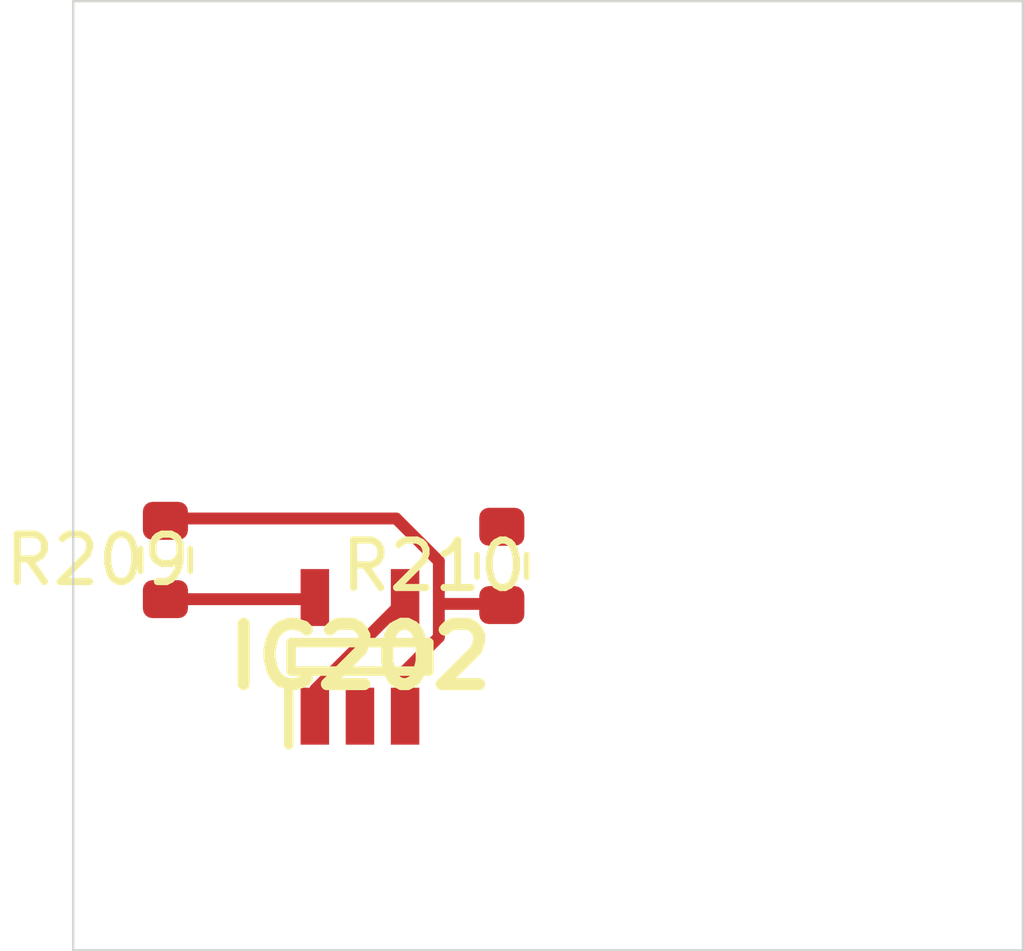
<source format=kicad_pcb>
 ( kicad_pcb  ( version 20171130 )
 ( host pcbnew 5.1.12-84ad8e8a86~92~ubuntu18.04.1 )
 ( general  ( thickness 1.6 )
 ( drawings 4 )
 ( tracks 0 )
 ( zones 0 )
 ( modules 3 )
 ( nets 5 )
)
 ( page A4 )
 ( layers  ( 0 F.Cu signal )
 ( 31 B.Cu signal )
 ( 32 B.Adhes user )
 ( 33 F.Adhes user )
 ( 34 B.Paste user )
 ( 35 F.Paste user )
 ( 36 B.SilkS user )
 ( 37 F.SilkS user )
 ( 38 B.Mask user )
 ( 39 F.Mask user )
 ( 40 Dwgs.User user )
 ( 41 Cmts.User user )
 ( 42 Eco1.User user )
 ( 43 Eco2.User user )
 ( 44 Edge.Cuts user )
 ( 45 Margin user )
 ( 46 B.CrtYd user )
 ( 47 F.CrtYd user )
 ( 48 B.Fab user )
 ( 49 F.Fab user )
)
 ( setup  ( last_trace_width 0.25 )
 ( trace_clearance 0.2 )
 ( zone_clearance 0.508 )
 ( zone_45_only no )
 ( trace_min 0.2 )
 ( via_size 0.8 )
 ( via_drill 0.4 )
 ( via_min_size 0.4 )
 ( via_min_drill 0.3 )
 ( uvia_size 0.3 )
 ( uvia_drill 0.1 )
 ( uvias_allowed no )
 ( uvia_min_size 0.2 )
 ( uvia_min_drill 0.1 )
 ( edge_width 0.05 )
 ( segment_width 0.2 )
 ( pcb_text_width 0.3 )
 ( pcb_text_size 1.5 1.5 )
 ( mod_edge_width 0.12 )
 ( mod_text_size 1 1 )
 ( mod_text_width 0.15 )
 ( pad_size 1.524 1.524 )
 ( pad_drill 0.762 )
 ( pad_to_mask_clearance 0 )
 ( aux_axis_origin 0 0 )
 ( visible_elements FFFFFF7F )
 ( pcbplotparams  ( layerselection 0x010fc_ffffffff )
 ( usegerberextensions false )
 ( usegerberattributes true )
 ( usegerberadvancedattributes true )
 ( creategerberjobfile true )
 ( excludeedgelayer true )
 ( linewidth 0.100000 )
 ( plotframeref false )
 ( viasonmask false )
 ( mode 1 )
 ( useauxorigin false )
 ( hpglpennumber 1 )
 ( hpglpenspeed 20 )
 ( hpglpendiameter 15.000000 )
 ( psnegative false )
 ( psa4output false )
 ( plotreference true )
 ( plotvalue true )
 ( plotinvisibletext false )
 ( padsonsilk false )
 ( subtractmaskfromsilk false )
 ( outputformat 1 )
 ( mirror false )
 ( drillshape 1 )
 ( scaleselection 1 )
 ( outputdirectory "" )
)
)
 ( net 0 "" )
 ( net 1 GND )
 ( net 2 VDDA )
 ( net 3 /Sheet6235D886/vp )
 ( net 4 "Net-(IC202-Pad3)" )
 ( net_class Default "This is the default net class."  ( clearance 0.2 )
 ( trace_width 0.25 )
 ( via_dia 0.8 )
 ( via_drill 0.4 )
 ( uvia_dia 0.3 )
 ( uvia_drill 0.1 )
 ( add_net /Sheet6235D886/vp )
 ( add_net GND )
 ( add_net "Net-(IC202-Pad3)" )
 ( add_net VDDA )
)
 ( module SOT95P280X145-5N locked  ( layer F.Cu )
 ( tedit 62336ED7 )
 ( tstamp 623423ED )
 ( at 86.038900 113.815000 90.000000 )
 ( descr DBV0005A )
 ( tags "Integrated Circuit" )
 ( path /6235D887/6266C08E )
 ( attr smd )
 ( fp_text reference IC202  ( at 0 0 )
 ( layer F.SilkS )
 ( effects  ( font  ( size 1.27 1.27 )
 ( thickness 0.254 )
)
)
)
 ( fp_text value TL071HIDBVR  ( at 0 0 )
 ( layer F.SilkS )
hide  ( effects  ( font  ( size 1.27 1.27 )
 ( thickness 0.254 )
)
)
)
 ( fp_line  ( start -1.85 -1.5 )
 ( end -0.65 -1.5 )
 ( layer F.SilkS )
 ( width 0.2 )
)
 ( fp_line  ( start -0.3 1.45 )
 ( end -0.3 -1.45 )
 ( layer F.SilkS )
 ( width 0.2 )
)
 ( fp_line  ( start 0.3 1.45 )
 ( end -0.3 1.45 )
 ( layer F.SilkS )
 ( width 0.2 )
)
 ( fp_line  ( start 0.3 -1.45 )
 ( end 0.3 1.45 )
 ( layer F.SilkS )
 ( width 0.2 )
)
 ( fp_line  ( start -0.3 -1.45 )
 ( end 0.3 -1.45 )
 ( layer F.SilkS )
 ( width 0.2 )
)
 ( fp_line  ( start -0.8 -0.5 )
 ( end 0.15 -1.45 )
 ( layer Dwgs.User )
 ( width 0.1 )
)
 ( fp_line  ( start -0.8 1.45 )
 ( end -0.8 -1.45 )
 ( layer Dwgs.User )
 ( width 0.1 )
)
 ( fp_line  ( start 0.8 1.45 )
 ( end -0.8 1.45 )
 ( layer Dwgs.User )
 ( width 0.1 )
)
 ( fp_line  ( start 0.8 -1.45 )
 ( end 0.8 1.45 )
 ( layer Dwgs.User )
 ( width 0.1 )
)
 ( fp_line  ( start -0.8 -1.45 )
 ( end 0.8 -1.45 )
 ( layer Dwgs.User )
 ( width 0.1 )
)
 ( fp_line  ( start -2.1 1.775 )
 ( end -2.1 -1.775 )
 ( layer Dwgs.User )
 ( width 0.05 )
)
 ( fp_line  ( start 2.1 1.775 )
 ( end -2.1 1.775 )
 ( layer Dwgs.User )
 ( width 0.05 )
)
 ( fp_line  ( start 2.1 -1.775 )
 ( end 2.1 1.775 )
 ( layer Dwgs.User )
 ( width 0.05 )
)
 ( fp_line  ( start -2.1 -1.775 )
 ( end 2.1 -1.775 )
 ( layer Dwgs.User )
 ( width 0.05 )
)
 ( pad 1 smd rect  ( at -1.25 -0.95 180.000000 )
 ( size 0.6 1.2 )
 ( layers F.Cu F.Mask F.Paste )
 ( net 3 /Sheet6235D886/vp )
)
 ( pad 2 smd rect  ( at -1.25 0 180.000000 )
 ( size 0.6 1.2 )
 ( layers F.Cu F.Mask F.Paste )
 ( net 1 GND )
)
 ( pad 3 smd rect  ( at -1.25 0.95 180.000000 )
 ( size 0.6 1.2 )
 ( layers F.Cu F.Mask F.Paste )
 ( net 4 "Net-(IC202-Pad3)" )
)
 ( pad 4 smd rect  ( at 1.25 0.95 180.000000 )
 ( size 0.6 1.2 )
 ( layers F.Cu F.Mask F.Paste )
 ( net 3 /Sheet6235D886/vp )
)
 ( pad 5 smd rect  ( at 1.25 -0.95 180.000000 )
 ( size 0.6 1.2 )
 ( layers F.Cu F.Mask F.Paste )
 ( net 2 VDDA )
)
)
 ( module Resistor_SMD:R_0603_1608Metric  ( layer F.Cu )
 ( tedit 5F68FEEE )
 ( tstamp 62342595 )
 ( at 81.941900 111.774000 90.000000 )
 ( descr "Resistor SMD 0603 (1608 Metric), square (rectangular) end terminal, IPC_7351 nominal, (Body size source: IPC-SM-782 page 72, https://www.pcb-3d.com/wordpress/wp-content/uploads/ipc-sm-782a_amendment_1_and_2.pdf), generated with kicad-footprint-generator" )
 ( tags resistor )
 ( path /6235D887/623CDBD9 )
 ( attr smd )
 ( fp_text reference R209  ( at 0 -1.43 )
 ( layer F.SilkS )
 ( effects  ( font  ( size 1 1 )
 ( thickness 0.15 )
)
)
)
 ( fp_text value 100k  ( at 0 1.43 )
 ( layer F.Fab )
 ( effects  ( font  ( size 1 1 )
 ( thickness 0.15 )
)
)
)
 ( fp_line  ( start -0.8 0.4125 )
 ( end -0.8 -0.4125 )
 ( layer F.Fab )
 ( width 0.1 )
)
 ( fp_line  ( start -0.8 -0.4125 )
 ( end 0.8 -0.4125 )
 ( layer F.Fab )
 ( width 0.1 )
)
 ( fp_line  ( start 0.8 -0.4125 )
 ( end 0.8 0.4125 )
 ( layer F.Fab )
 ( width 0.1 )
)
 ( fp_line  ( start 0.8 0.4125 )
 ( end -0.8 0.4125 )
 ( layer F.Fab )
 ( width 0.1 )
)
 ( fp_line  ( start -0.237258 -0.5225 )
 ( end 0.237258 -0.5225 )
 ( layer F.SilkS )
 ( width 0.12 )
)
 ( fp_line  ( start -0.237258 0.5225 )
 ( end 0.237258 0.5225 )
 ( layer F.SilkS )
 ( width 0.12 )
)
 ( fp_line  ( start -1.48 0.73 )
 ( end -1.48 -0.73 )
 ( layer F.CrtYd )
 ( width 0.05 )
)
 ( fp_line  ( start -1.48 -0.73 )
 ( end 1.48 -0.73 )
 ( layer F.CrtYd )
 ( width 0.05 )
)
 ( fp_line  ( start 1.48 -0.73 )
 ( end 1.48 0.73 )
 ( layer F.CrtYd )
 ( width 0.05 )
)
 ( fp_line  ( start 1.48 0.73 )
 ( end -1.48 0.73 )
 ( layer F.CrtYd )
 ( width 0.05 )
)
 ( fp_text user %R  ( at 0 0 )
 ( layer F.Fab )
 ( effects  ( font  ( size 0.4 0.4 )
 ( thickness 0.06 )
)
)
)
 ( pad 1 smd roundrect  ( at -0.825 0 90.000000 )
 ( size 0.8 0.95 )
 ( layers F.Cu F.Mask F.Paste )
 ( roundrect_rratio 0.25 )
 ( net 2 VDDA )
)
 ( pad 2 smd roundrect  ( at 0.825 0 90.000000 )
 ( size 0.8 0.95 )
 ( layers F.Cu F.Mask F.Paste )
 ( roundrect_rratio 0.25 )
 ( net 4 "Net-(IC202-Pad3)" )
)
 ( model ${KISYS3DMOD}/Resistor_SMD.3dshapes/R_0603_1608Metric.wrl  ( at  ( xyz 0 0 0 )
)
 ( scale  ( xyz 1 1 1 )
)
 ( rotate  ( xyz 0 0 0 )
)
)
)
 ( module Resistor_SMD:R_0603_1608Metric  ( layer F.Cu )
 ( tedit 5F68FEEE )
 ( tstamp 623425A6 )
 ( at 89.026100 111.899000 90.000000 )
 ( descr "Resistor SMD 0603 (1608 Metric), square (rectangular) end terminal, IPC_7351 nominal, (Body size source: IPC-SM-782 page 72, https://www.pcb-3d.com/wordpress/wp-content/uploads/ipc-sm-782a_amendment_1_and_2.pdf), generated with kicad-footprint-generator" )
 ( tags resistor )
 ( path /6235D887/623CDBDF )
 ( attr smd )
 ( fp_text reference R210  ( at 0 -1.43 )
 ( layer F.SilkS )
 ( effects  ( font  ( size 1 1 )
 ( thickness 0.15 )
)
)
)
 ( fp_text value 100k  ( at 0 1.43 )
 ( layer F.Fab )
 ( effects  ( font  ( size 1 1 )
 ( thickness 0.15 )
)
)
)
 ( fp_line  ( start 1.48 0.73 )
 ( end -1.48 0.73 )
 ( layer F.CrtYd )
 ( width 0.05 )
)
 ( fp_line  ( start 1.48 -0.73 )
 ( end 1.48 0.73 )
 ( layer F.CrtYd )
 ( width 0.05 )
)
 ( fp_line  ( start -1.48 -0.73 )
 ( end 1.48 -0.73 )
 ( layer F.CrtYd )
 ( width 0.05 )
)
 ( fp_line  ( start -1.48 0.73 )
 ( end -1.48 -0.73 )
 ( layer F.CrtYd )
 ( width 0.05 )
)
 ( fp_line  ( start -0.237258 0.5225 )
 ( end 0.237258 0.5225 )
 ( layer F.SilkS )
 ( width 0.12 )
)
 ( fp_line  ( start -0.237258 -0.5225 )
 ( end 0.237258 -0.5225 )
 ( layer F.SilkS )
 ( width 0.12 )
)
 ( fp_line  ( start 0.8 0.4125 )
 ( end -0.8 0.4125 )
 ( layer F.Fab )
 ( width 0.1 )
)
 ( fp_line  ( start 0.8 -0.4125 )
 ( end 0.8 0.4125 )
 ( layer F.Fab )
 ( width 0.1 )
)
 ( fp_line  ( start -0.8 -0.4125 )
 ( end 0.8 -0.4125 )
 ( layer F.Fab )
 ( width 0.1 )
)
 ( fp_line  ( start -0.8 0.4125 )
 ( end -0.8 -0.4125 )
 ( layer F.Fab )
 ( width 0.1 )
)
 ( fp_text user %R  ( at 0 0 )
 ( layer F.Fab )
 ( effects  ( font  ( size 0.4 0.4 )
 ( thickness 0.06 )
)
)
)
 ( pad 2 smd roundrect  ( at 0.825 0 90.000000 )
 ( size 0.8 0.95 )
 ( layers F.Cu F.Mask F.Paste )
 ( roundrect_rratio 0.25 )
 ( net 1 GND )
)
 ( pad 1 smd roundrect  ( at -0.825 0 90.000000 )
 ( size 0.8 0.95 )
 ( layers F.Cu F.Mask F.Paste )
 ( roundrect_rratio 0.25 )
 ( net 4 "Net-(IC202-Pad3)" )
)
 ( model ${KISYS3DMOD}/Resistor_SMD.3dshapes/R_0603_1608Metric.wrl  ( at  ( xyz 0 0 0 )
)
 ( scale  ( xyz 1 1 1 )
)
 ( rotate  ( xyz 0 0 0 )
)
)
)
 ( gr_line  ( start 100 100 )
 ( end 100 120 )
 ( layer Edge.Cuts )
 ( width 0.05 )
 ( tstamp 62E770C4 )
)
 ( gr_line  ( start 80 120 )
 ( end 100 120 )
 ( layer Edge.Cuts )
 ( width 0.05 )
 ( tstamp 62E770C0 )
)
 ( gr_line  ( start 80 100 )
 ( end 100 100 )
 ( layer Edge.Cuts )
 ( width 0.05 )
 ( tstamp 6234110C )
)
 ( gr_line  ( start 80 100 )
 ( end 80 120 )
 ( layer Edge.Cuts )
 ( width 0.05 )
)
 ( segment  ( start 81.900001 112.600002 )
 ( end 85.100001 112.600002 )
 ( width 0.250000 )
 ( layer F.Cu )
 ( net 2 )
)
 ( segment  ( start 87.000001 112.600002 )
 ( end 85.100001 114.500002 )
 ( width 0.250000 )
 ( layer F.Cu )
 ( net 3 )
)
 ( segment  ( start 85.100001 114.500002 )
 ( end 85.100001 115.100002 )
 ( width 0.250000 )
 ( layer F.Cu )
 ( net 3 )
)
 ( segment  ( start 81.900001 110.900002 )
 ( end 86.800001 110.900002 )
 ( width 0.250000 )
 ( layer F.Cu )
 ( net 4 )
)
 ( segment  ( start 86.800001 110.900002 )
 ( end 87.700001 111.800002 )
 ( width 0.250000 )
 ( layer F.Cu )
 ( net 4 )
)
 ( segment  ( start 87.700001 111.800002 )
 ( end 87.700001 113.400002 )
 ( width 0.250000 )
 ( layer F.Cu )
 ( net 4 )
)
 ( segment  ( start 87.700001 113.400002 )
 ( end 87.000001 114.100002 )
 ( width 0.250000 )
 ( layer F.Cu )
 ( net 4 )
)
 ( segment  ( start 87.000001 114.100002 )
 ( end 87.000001 115.100002 )
 ( width 0.250000 )
 ( layer F.Cu )
 ( net 4 )
)
 ( segment  ( start 89.000001 112.700002 )
 ( end 87.700001 112.700002 )
 ( width 0.250000 )
 ( layer F.Cu )
 ( net 4 )
)
)

</source>
